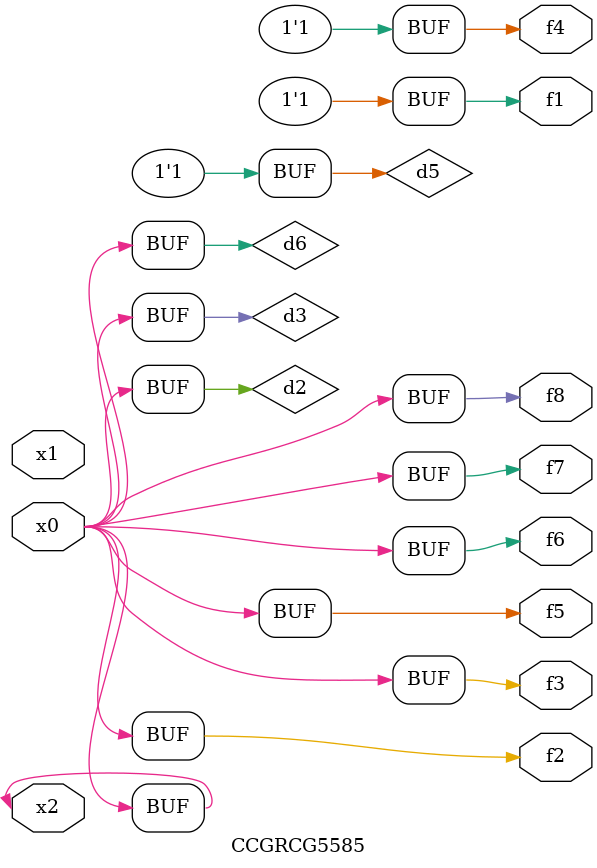
<source format=v>
module CCGRCG5585(
	input x0, x1, x2,
	output f1, f2, f3, f4, f5, f6, f7, f8
);

	wire d1, d2, d3, d4, d5, d6;

	xnor (d1, x2);
	buf (d2, x0, x2);
	and (d3, x0);
	xnor (d4, x1, x2);
	nand (d5, d1, d3);
	buf (d6, d2, d3);
	assign f1 = d5;
	assign f2 = d6;
	assign f3 = d6;
	assign f4 = d5;
	assign f5 = d6;
	assign f6 = d6;
	assign f7 = d6;
	assign f8 = d6;
endmodule

</source>
